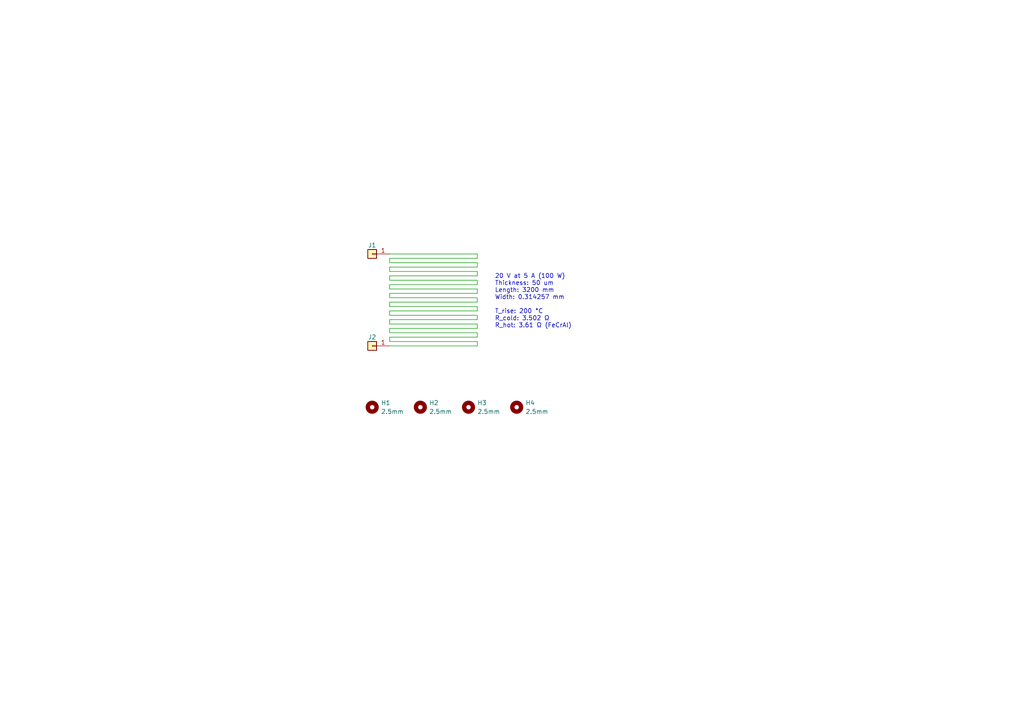
<source format=kicad_sch>
(kicad_sch (version 20250114) (generator "eeschema") (generator_version "9.0")
  (paper "A4")
  (lib_symbols
    (symbol "Connector_Generic:Conn_01x01" (pin_names (offset 1.016) (hide yes))
      (property "Reference" "J" (at 0 2.54 0))
      (property "Value" "Conn_01x01" (at 0 -2.54 0))
      (symbol "Conn_01x01_1_1"
        (rectangle (start -1.27 1.27) (end 1.27 -1.27) (stroke (width 0.254)) (fill (type background)))
        (rectangle (start -1.27 0.127) (end 0 -0.127) (stroke (width 0.1524)))
        (pin passive line (at -5.08 0 0) (length 3.81) (name "Pin_1") (number "1"))
      )
    )
    (symbol "Mechanical:MountingHole" (pin_names (offset 1.016))
      (property "Reference" "H" (at 0 5.08 0))
      (property "Value" "MountingHole" (at 0 3.175 0))
      (symbol "MountingHole_0_1"
        (circle (center 0 0) (radius 1.27) (stroke (width 1.27)))
      )
    )
  )
  (text "20 V at 5 A (100 W)\nThickness: 50 um \nLength: 3200 mm\nWidth: 0.314257 mm\n\nT_rise: 200 °C\nR_cold: 3.502 Ω\nR_hot: 3.61 Ω (FeCrAl)" (at 143.51 95.25 0) (effects (font (size 1.27 1.27)) (justify left bottom)))
  (wire (pts (xy 138.43 85.09) (xy 113.03 85.09)))
  (wire (pts (xy 138.43 77.47) (xy 113.03 77.47)))
  (wire (pts (xy 113.03 92.71) (xy 138.43 92.71)))
  (wire (pts (xy 113.03 96.52) (xy 138.43 96.52)))
  (wire (pts (xy 138.43 74.93) (xy 113.03 74.93)))
  (wire (pts (xy 138.43 78.74) (xy 138.43 80.01)))
  (wire (pts (xy 138.43 73.66) (xy 138.43 74.93)))
  (wire (pts (xy 113.03 92.71) (xy 113.03 93.98)))
  (wire (pts (xy 138.43 81.28) (xy 138.43 82.55)))
  (wire (pts (xy 138.43 76.2) (xy 138.43 77.47)))
  (wire (pts (xy 113.03 77.47) (xy 113.03 78.74)))
  (wire (pts (xy 113.03 83.82) (xy 138.43 83.82)))
  (wire (pts (xy 138.43 91.44) (xy 138.43 92.71)))
  (wire (pts (xy 138.43 95.25) (xy 113.03 95.25)))
  (wire (pts (xy 138.43 88.9) (xy 138.43 90.17)))
  (wire (pts (xy 113.03 97.79) (xy 138.43 97.79)))
  (wire (pts (xy 113.03 74.93) (xy 113.03 76.2)))
  (wire (pts (xy 113.03 99.06) (xy 138.43 99.06)))
  (wire (pts (xy 113.03 100.33) (xy 138.43 100.33)))
  (wire (pts (xy 138.43 90.17) (xy 113.03 90.17)))
  (wire (pts (xy 138.43 93.98) (xy 138.43 95.25)))
  (wire (pts (xy 113.03 87.63) (xy 113.03 88.9)))
  (wire (pts (xy 113.03 78.74) (xy 138.43 78.74)))
  (wire (pts (xy 113.03 95.25) (xy 113.03 96.52)))
  (wire (pts (xy 113.03 97.79) (xy 113.03 99.06)))
  (wire (pts (xy 113.03 93.98) (xy 138.43 93.98)))
  (wire (pts (xy 113.03 82.55) (xy 113.03 83.82)))
  (wire (pts (xy 113.03 80.01) (xy 113.03 81.28)))
  (wire (pts (xy 113.03 73.66) (xy 138.43 73.66)))
  (wire (pts (xy 138.43 99.06) (xy 138.43 100.33)))
  (wire (pts (xy 113.03 90.17) (xy 113.03 91.44)))
  (wire (pts (xy 113.03 76.2) (xy 138.43 76.2)))
  (wire (pts (xy 138.43 96.52) (xy 138.43 97.79)))
  (wire (pts (xy 113.03 86.36) (xy 138.43 86.36)))
  (wire (pts (xy 138.43 86.36) (xy 138.43 87.63)))
  (wire (pts (xy 113.03 81.28) (xy 138.43 81.28)))
  (wire (pts (xy 138.43 87.63) (xy 113.03 87.63)))
  (wire (pts (xy 113.03 85.09) (xy 113.03 86.36)))
  (wire (pts (xy 138.43 82.55) (xy 113.03 82.55)))
  (wire (pts (xy 113.03 91.44) (xy 138.43 91.44)))
  (wire (pts (xy 138.43 80.01) (xy 113.03 80.01)))
  (wire (pts (xy 113.03 88.9) (xy 138.43 88.9)))
  (wire (pts (xy 138.43 83.82) (xy 138.43 85.09)))
  (symbol (lib_id "Connector_Generic:Conn_01x01") (at 107.95 100.33 180) (unit 1) (in_bom no)
    (property "Reference" "J2" (at 107.95 97.79 0))
    (property "Value" "Conn_01x01" (effects (hide yes)))
    (property "Footprint" "TestPoint:TestPoint_Pad_D4.0mm" (effects (hide yes)))
  )
  (symbol (lib_id "Mechanical:MountingHole") (at 149.86 118.11 0) (unit 1) (in_bom no)
    (property "Reference" "H4" (at 152.4 116.84 0) (effects (justify left)))
    (property "Value" "2.5mm" (at 152.4 119.38 0) (effects (justify left)))
    (property "Footprint" "MountingHole:MountingHole_2.5mm" (effects (hide yes)))
  )
  (symbol (lib_id "Connector_Generic:Conn_01x01") (at 107.95 73.66 180) (unit 1) (in_bom no)
    (property "Reference" "J1" (at 107.95 71.12 0))
    (property "Value" "Conn_01x01" (effects (hide yes)))
    (property "Footprint" "TestPoint:TestPoint_Pad_D4.0mm" (effects (hide yes)))
  )
  (symbol (lib_id "Mechanical:MountingHole") (at 107.95 118.11 0) (unit 1) (in_bom no)
    (property "Reference" "H1" (at 110.49 116.84 0) (effects (justify left)))
    (property "Value" "2.5mm" (at 110.49 119.38 0) (effects (justify left)))
    (property "Footprint" "MountingHole:MountingHole_2.5mm" (effects (hide yes)))
  )
  (symbol (lib_id "Mechanical:MountingHole") (at 121.92 118.11 0) (unit 1) (in_bom no)
    (property "Reference" "H2" (at 124.46 116.84 0) (effects (justify left)))
    (property "Value" "2.5mm" (at 124.46 119.38 0) (effects (justify left)))
    (property "Footprint" "MountingHole:MountingHole_2.5mm" (effects (hide yes)))
  )
  (symbol (lib_id "Mechanical:MountingHole") (at 135.89 118.11 0) (unit 1) (in_bom no)
    (property "Reference" "H3" (at 138.43 116.84 0) (effects (justify left)))
    (property "Value" "2.5mm" (at 138.43 119.38 0) (effects (justify left)))
    (property "Footprint" "MountingHole:MountingHole_2.5mm" (effects (hide yes)))
  )
)
</source>
